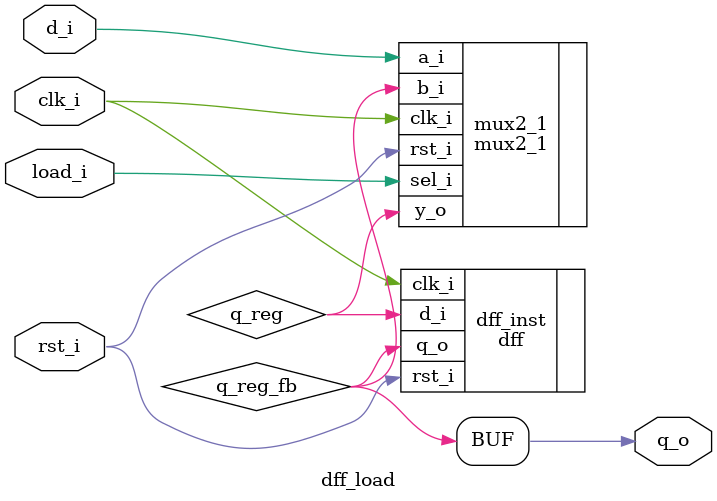
<source format=sv>

module dff_load
#(
    parameter int WIDTH = 1
)
(
    input logic clk_i,
    input logic rst_i,
    input logic load_i,
    input logic [WIDTH-1:0]d_i,
    output logic [WIDTH-1:0]q_o
);

//output between mux and dff
reg [WIDTH-1:0] q_reg;
// feedback from dff to mux
reg [WIDTH-1:0] q_reg_fb;

dff #(
    .WIDTH(WIDTH)
) dff_inst(
    .clk_i(clk_i),
    .rst_i(rst_i),
    .d_i(q_reg),
    .q_o(q_reg_fb)
);

mux2_1 #(
    .WIDTH(WIDTH)
) mux2_1(
    .clk_i(clk_i),
    .rst_i(rst_i),
    .sel_i(load_i),
    .a_i(d_i),
    .b_i(q_reg_fb),
    .y_o(q_reg)
);

assign q_o = q_reg_fb;


endmodule: dff_load
</source>
